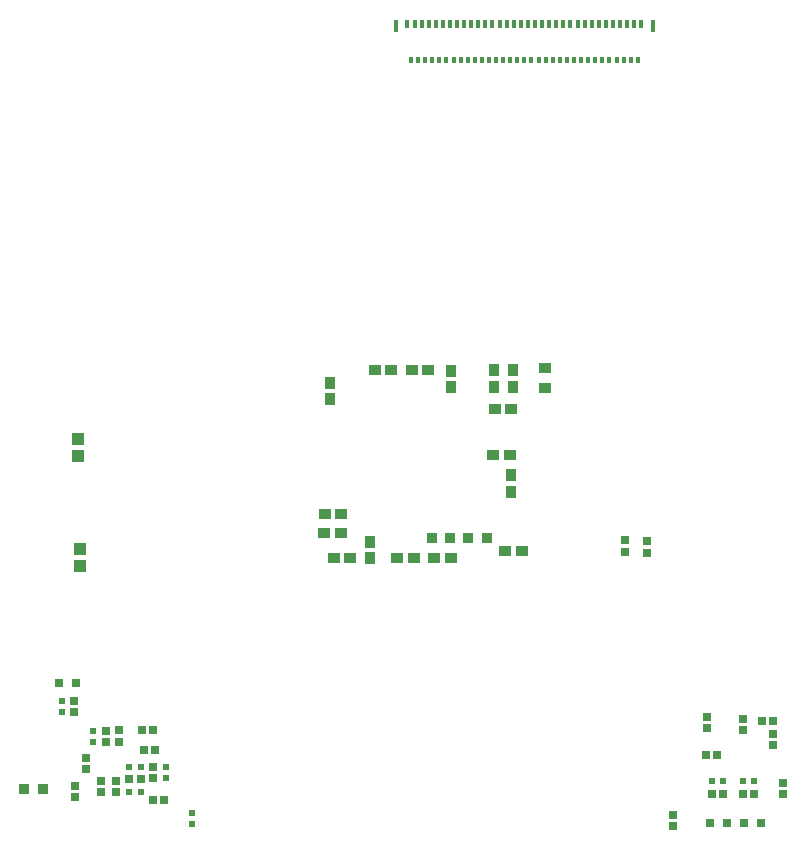
<source format=gbr>
%TF.GenerationSoftware,Altium Limited,Altium Designer,18.1.7 (191)*%
G04 Layer_Color=128*
%FSLAX26Y26*%
%MOIN*%
%TF.FileFunction,Paste,Bot*%
%TF.Part,Single*%
G01*
G75*
%TA.AperFunction,SMDPad,CuDef*%
%ADD12R,0.043307X0.037402*%
%ADD13R,0.033465X0.035433*%
%ADD26R,0.026772X0.026772*%
%ADD27R,0.026772X0.026772*%
%ADD29R,0.022835X0.022047*%
%ADD37R,0.022047X0.022835*%
%ADD38R,0.037402X0.043307*%
%ADD101R,0.040157X0.040945*%
%ADD102R,0.011811X0.026378*%
%ADD103R,0.011811X0.019685*%
%ADD104R,0.013780X0.039370*%
%ADD105R,0.027559X0.029528*%
%ADD106R,0.041339X0.033465*%
D12*
X1931890Y1728780D02*
D03*
X1987008D02*
D03*
X1947914Y2049094D02*
D03*
X1892796D02*
D03*
X1952402Y2199330D02*
D03*
X1897284D02*
D03*
X1675590Y2331850D02*
D03*
X1620472D02*
D03*
X1552796Y2331574D02*
D03*
X1497678D02*
D03*
X1386030Y1850056D02*
D03*
X1330912D02*
D03*
X1384828Y1786632D02*
D03*
X1329710D02*
D03*
X1416300Y1704724D02*
D03*
X1361182D02*
D03*
X1573150Y1704056D02*
D03*
X1628268D02*
D03*
X1750866D02*
D03*
X1695748D02*
D03*
D13*
X390276Y935354D02*
D03*
X329252D02*
D03*
X1871181Y1769961D02*
D03*
X1810158D02*
D03*
X1750158Y1770039D02*
D03*
X1689134D02*
D03*
D26*
X2406142Y1722480D02*
D03*
Y1759488D02*
D03*
X2333268Y1725787D02*
D03*
Y1762795D02*
D03*
X644468Y1092500D02*
D03*
Y1129508D02*
D03*
X634882Y925472D02*
D03*
Y962480D02*
D03*
X585354D02*
D03*
Y925472D02*
D03*
X533957Y1001870D02*
D03*
Y1038878D02*
D03*
X2858268Y917087D02*
D03*
Y954095D02*
D03*
X2824488Y1118032D02*
D03*
Y1081024D02*
D03*
X2724803Y1132165D02*
D03*
Y1169173D02*
D03*
X499764Y907441D02*
D03*
Y944449D02*
D03*
X2492717Y811870D02*
D03*
Y848878D02*
D03*
X2603661Y1136142D02*
D03*
Y1173150D02*
D03*
X600197Y1128937D02*
D03*
Y1091929D02*
D03*
X495591Y1228386D02*
D03*
Y1191378D02*
D03*
X759842Y1008779D02*
D03*
Y971772D02*
D03*
D27*
X765394Y1064803D02*
D03*
X728386D02*
D03*
X759449Y896142D02*
D03*
X796457D02*
D03*
X2725669Y919213D02*
D03*
X2762677D02*
D03*
X2602205Y1049213D02*
D03*
X2639213D02*
D03*
X2659055Y919311D02*
D03*
X2622047D02*
D03*
X2787953Y1160039D02*
D03*
X2824961D02*
D03*
X716890Y966614D02*
D03*
X679882D02*
D03*
X722047Y1130551D02*
D03*
X759055D02*
D03*
D29*
X558111Y1091220D02*
D03*
Y1129016D02*
D03*
X889448Y855040D02*
D03*
Y817244D02*
D03*
X454292Y1228858D02*
D03*
Y1191062D02*
D03*
X801378Y1009016D02*
D03*
Y971220D02*
D03*
D37*
X679804Y924960D02*
D03*
X717598D02*
D03*
X679842Y1009212D02*
D03*
X717638D02*
D03*
X2621574Y961142D02*
D03*
X2659370D02*
D03*
X2724922Y960964D02*
D03*
X2762716D02*
D03*
D38*
X1959252Y2330670D02*
D03*
Y2275552D02*
D03*
X1952992Y1980434D02*
D03*
Y1925316D02*
D03*
X1752204Y2327796D02*
D03*
Y2272678D02*
D03*
X1895000Y2330040D02*
D03*
Y2274922D02*
D03*
X1350119Y2288583D02*
D03*
Y2233465D02*
D03*
X1482244Y1758818D02*
D03*
Y1703700D02*
D03*
D101*
X509252Y2044213D02*
D03*
Y2102087D02*
D03*
X514961Y1676614D02*
D03*
Y1734488D02*
D03*
D102*
X1606692Y3484370D02*
D03*
X1630314D02*
D03*
X1653936D02*
D03*
X1677558D02*
D03*
X1701180D02*
D03*
X1724802D02*
D03*
X1748424D02*
D03*
X1772046D02*
D03*
X1795668D02*
D03*
X1819291D02*
D03*
X1842913D02*
D03*
X1866535D02*
D03*
X1890157D02*
D03*
X1913779D02*
D03*
X1937401D02*
D03*
X1961023D02*
D03*
X1984645D02*
D03*
X2008267D02*
D03*
X2031889D02*
D03*
X2055511D02*
D03*
X2079133D02*
D03*
X2102755D02*
D03*
X2126377D02*
D03*
X2149999D02*
D03*
X2173621D02*
D03*
X2197243D02*
D03*
X2220865D02*
D03*
X2244487D02*
D03*
X2268109D02*
D03*
X2291731D02*
D03*
X2315354D02*
D03*
X2338976D02*
D03*
X2362598D02*
D03*
X2386220D02*
D03*
D103*
X1618503Y3363701D02*
D03*
X1642125D02*
D03*
X1665747D02*
D03*
X1689369D02*
D03*
X1712991D02*
D03*
X1736613D02*
D03*
X1760235D02*
D03*
X1783858D02*
D03*
X1807479D02*
D03*
X1831102D02*
D03*
X1854724D02*
D03*
X1878346D02*
D03*
X1901968D02*
D03*
X1925590D02*
D03*
X1949212D02*
D03*
X1972834D02*
D03*
X1996456D02*
D03*
X2020078D02*
D03*
X2043700D02*
D03*
X2067322D02*
D03*
X2090944D02*
D03*
X2114566D02*
D03*
X2138188D02*
D03*
X2161810D02*
D03*
X2185432D02*
D03*
X2209054D02*
D03*
X2232676D02*
D03*
X2256298D02*
D03*
X2279921D02*
D03*
X2303543D02*
D03*
X2327165D02*
D03*
X2350787D02*
D03*
X2374409D02*
D03*
D104*
X1568306Y3477874D02*
D03*
X2424606D02*
D03*
D105*
X503425Y1286024D02*
D03*
X446339D02*
D03*
X2785433Y820354D02*
D03*
X2728347D02*
D03*
X2671063Y820158D02*
D03*
X2613976D02*
D03*
D106*
X2063937Y2269646D02*
D03*
Y2336574D02*
D03*
%TF.MD5,5e7bc884cfcf1baeed4d813947832570*%
M02*

</source>
